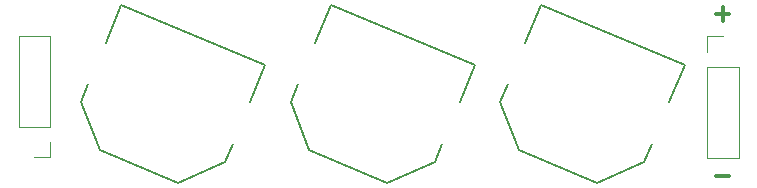
<source format=gbo>
G04 #@! TF.GenerationSoftware,KiCad,Pcbnew,8.0.8*
G04 #@! TF.CreationDate,2025-10-01T21:52:52+01:00*
G04 #@! TF.ProjectId,3S_coinHolder_LIR1654.kicad_pro,33535f63-6f69-46e4-986f-6c6465725f4c,rev?*
G04 #@! TF.SameCoordinates,Original*
G04 #@! TF.FileFunction,Legend,Bot*
G04 #@! TF.FilePolarity,Positive*
%FSLAX46Y46*%
G04 Gerber Fmt 4.6, Leading zero omitted, Abs format (unit mm)*
G04 Created by KiCad (PCBNEW 8.0.8) date 2025-10-01 21:52:52*
%MOMM*%
%LPD*%
G01*
G04 APERTURE LIST*
G04 Aperture macros list*
%AMRoundRect*
0 Rectangle with rounded corners*
0 $1 Rounding radius*
0 $2 $3 $4 $5 $6 $7 $8 $9 X,Y pos of 4 corners*
0 Add a 4 corners polygon primitive as box body*
4,1,4,$2,$3,$4,$5,$6,$7,$8,$9,$2,$3,0*
0 Add four circle primitives for the rounded corners*
1,1,$1+$1,$2,$3*
1,1,$1+$1,$4,$5*
1,1,$1+$1,$6,$7*
1,1,$1+$1,$8,$9*
0 Add four rect primitives between the rounded corners*
20,1,$1+$1,$2,$3,$4,$5,0*
20,1,$1+$1,$4,$5,$6,$7,0*
20,1,$1+$1,$6,$7,$8,$9,0*
20,1,$1+$1,$8,$9,$2,$3,0*%
G04 Aperture macros list end*
%ADD10C,0.300000*%
%ADD11C,0.127000*%
%ADD12C,0.120000*%
%ADD13R,1.700000X1.700000*%
%ADD14O,1.700000X1.700000*%
%ADD15RoundRect,0.102000X2.586995X1.071568X-1.071568X2.586995X-2.586995X-1.071568X1.071568X-2.586995X0*%
%ADD16RoundRect,0.102000X2.077435X0.860502X-0.860502X2.077435X-2.077435X-0.860502X0.860502X-2.077435X0*%
G04 APERTURE END LIST*
D10*
X184554510Y-106479400D02*
X185697368Y-106479400D01*
X184554510Y-92729400D02*
X185697368Y-92729400D01*
X185125939Y-93300828D02*
X185125939Y-92157971D01*
D11*
G04 #@! TO.C,BT1*
X166287275Y-100227037D02*
X167883883Y-104303321D01*
X166922529Y-98693397D02*
X166287275Y-100227037D01*
X167883883Y-104303321D02*
X174480383Y-107035681D01*
X168384380Y-95164177D02*
X169698898Y-91990651D01*
X169698898Y-91990651D02*
X181903346Y-97045899D01*
X174480383Y-107035681D02*
X178491723Y-105282285D01*
X178491723Y-105282285D02*
X179126978Y-103748645D01*
X181903346Y-97045899D02*
X180588829Y-100219425D01*
G04 #@! TO.C,BT2*
X148537275Y-100227037D02*
X150133883Y-104303321D01*
X149172529Y-98693397D02*
X148537275Y-100227037D01*
X150133883Y-104303321D02*
X156730383Y-107035681D01*
X150634380Y-95164177D02*
X151948898Y-91990651D01*
X151948898Y-91990651D02*
X164153346Y-97045899D01*
X156730383Y-107035681D02*
X160741723Y-105282285D01*
X160741723Y-105282285D02*
X161376978Y-103748645D01*
X164153346Y-97045899D02*
X162838829Y-100219425D01*
D12*
G04 #@! TO.C,J2*
X125521214Y-94600000D02*
X125521214Y-102280000D01*
X128181214Y-94600000D02*
X125521214Y-94600000D01*
X128181214Y-94600000D02*
X128181214Y-102280000D01*
X128181214Y-102280000D02*
X125521214Y-102280000D01*
X128181214Y-103550000D02*
X128181214Y-104880000D01*
X128181214Y-104880000D02*
X126851214Y-104880000D01*
G04 #@! TO.C,J1*
X183834214Y-94620000D02*
X185164214Y-94620000D01*
X183834214Y-95950000D02*
X183834214Y-94620000D01*
X183834214Y-97220000D02*
X186494214Y-97220000D01*
X183834214Y-104900000D02*
X183834214Y-97220000D01*
X183834214Y-104900000D02*
X186494214Y-104900000D01*
X186494214Y-104900000D02*
X186494214Y-97220000D01*
D11*
G04 #@! TO.C,BT3*
X130787275Y-100227037D02*
X132383883Y-104303321D01*
X131422529Y-98693397D02*
X130787275Y-100227037D01*
X132383883Y-104303321D02*
X138980383Y-107035681D01*
X132884380Y-95164177D02*
X134198898Y-91990651D01*
X134198898Y-91990651D02*
X146403346Y-97045899D01*
X138980383Y-107035681D02*
X142991723Y-105282285D01*
X142991723Y-105282285D02*
X143626978Y-103748645D01*
X146403346Y-97045899D02*
X145088829Y-100219425D01*
G04 #@! TD*
%LPC*%
D13*
G04 #@! TO.C,J3*
X123000000Y-103540000D03*
D14*
X123000000Y-101000000D03*
X123000000Y-98460000D03*
X123000000Y-95920000D03*
G04 #@! TD*
D15*
G04 #@! TO.C,BT1*
X173755679Y-99456411D03*
D16*
X180500000Y-102250000D03*
X167011358Y-96662822D03*
G04 #@! TD*
D15*
G04 #@! TO.C,BT2*
X156005679Y-99456411D03*
D16*
X162750000Y-102250000D03*
X149261358Y-96662822D03*
G04 #@! TD*
D13*
G04 #@! TO.C,J2*
X126851214Y-103550000D03*
D14*
X126851214Y-101010000D03*
X126851214Y-98470000D03*
X126851214Y-95930000D03*
G04 #@! TD*
D13*
G04 #@! TO.C,J1*
X185164214Y-95950000D03*
D14*
X185164214Y-98490000D03*
X185164214Y-101030000D03*
X185164214Y-103570000D03*
G04 #@! TD*
D15*
G04 #@! TO.C,BT3*
X138255679Y-99456411D03*
D16*
X145000000Y-102250000D03*
X131511358Y-96662822D03*
G04 #@! TD*
%LPD*%
M02*

</source>
